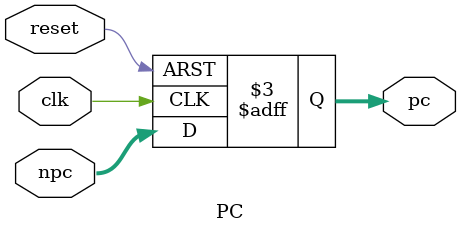
<source format=v>
`timescale 1ns / 1ps
module PC(
	input clk,
	input reset,
	input [31:0] npc,
	output [31:0] pc
	
	);
	reg [31:0] pc;
	initial
	begin
		pc=32'b0000_0000_0000_0000_0011_0000_0000_0000;
	end
	always@(posedge clk or posedge reset)
	begin
		if(reset)
			pc=32'b0000_0000_0000_0000_0011_0000_0000_0000;
	else
		pc=npc;
	end
endmodule
</source>
